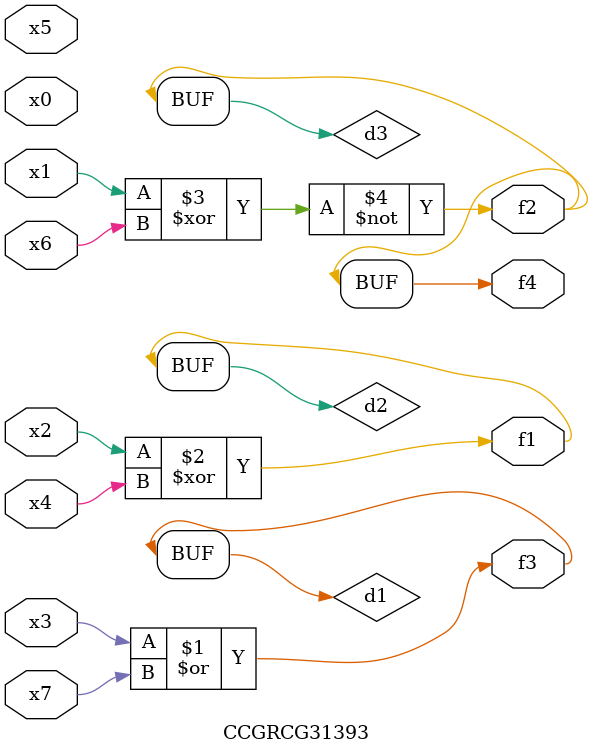
<source format=v>
module CCGRCG31393(
	input x0, x1, x2, x3, x4, x5, x6, x7,
	output f1, f2, f3, f4
);

	wire d1, d2, d3;

	or (d1, x3, x7);
	xor (d2, x2, x4);
	xnor (d3, x1, x6);
	assign f1 = d2;
	assign f2 = d3;
	assign f3 = d1;
	assign f4 = d3;
endmodule

</source>
